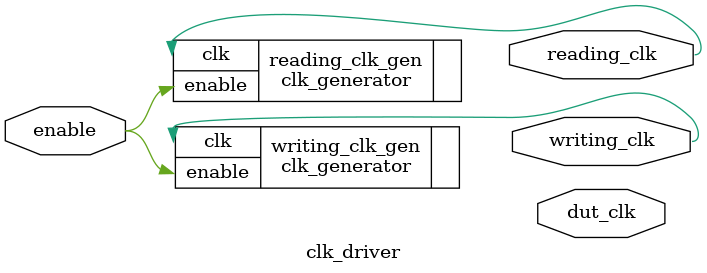
<source format=sv>


module clk_driver #(
    DUT_CLK_FREQ = 50000,
    SAMPLE_FREQ = 50000 // in kHz
)(
    input bit enable,
    output bit dut_clk,
    output bit reading_clk, writing_clk
);
    

    /*  
        Creates different frequency clock signals.
    */
    // Creates clock that drives reading from input file.
    clk_generator #(
        .FREQ       (SAMPLE_FREQ),
        .PHASE      (0),
        .DUTY       (50)
    ) reading_clk_gen (
        .enable     (enable),
        .clk        (reading_clk)
    );

    // Place for generating of DUT clocks.

    // Creates clock that drives writing to the file and console.
    clk_generator #(
        .FREQ       (SAMPLE_FREQ),
        .PHASE      (300),
        .DUTY       (50)
    ) writing_clk_gen (
        .enable     (enable),
        .clk        (writing_clk)
    );


endmodule
</source>
